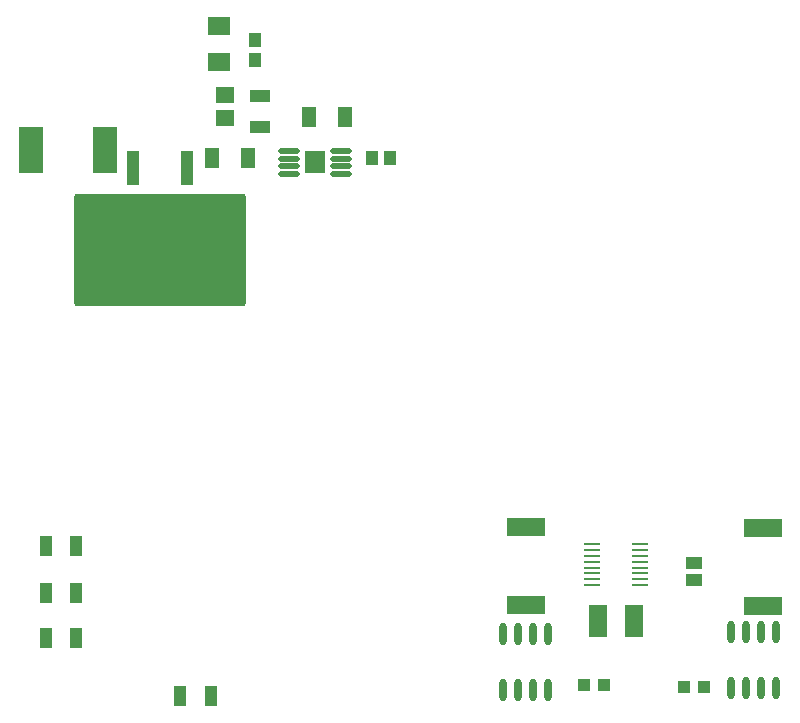
<source format=gtp>
G04 Layer_Color=7318015*
%FSLAX24Y24*%
%MOIN*%
G70*
G01*
G75*
G04:AMPARAMS|DCode=11|XSize=570.9mil|YSize=374mil|CornerRadius=9.4mil|HoleSize=0mil|Usage=FLASHONLY|Rotation=0.000|XOffset=0mil|YOffset=0mil|HoleType=Round|Shape=RoundedRectangle|*
%AMROUNDEDRECTD11*
21,1,0.5709,0.3553,0,0,0.0*
21,1,0.5522,0.3740,0,0,0.0*
1,1,0.0187,0.2761,-0.1777*
1,1,0.0187,-0.2761,-0.1777*
1,1,0.0187,-0.2761,0.1777*
1,1,0.0187,0.2761,0.1777*
%
%ADD11ROUNDEDRECTD11*%
%ADD12R,0.0433X0.0669*%
%ADD13R,0.0681X0.0728*%
%ADD14O,0.0728X0.0177*%
%ADD15R,0.0610X0.0532*%
%ADD16R,0.0827X0.1575*%
%ADD17R,0.0512X0.0689*%
%ADD18R,0.0433X0.0492*%
%ADD19R,0.0394X0.1181*%
%ADD20R,0.2598X0.2835*%
%ADD21R,0.0669X0.0433*%
%ADD22R,0.0394X0.0512*%
%ADD23R,0.0748X0.0591*%
%ADD24O,0.0551X0.0098*%
%ADD25R,0.1260X0.0591*%
%ADD26R,0.1260X0.0591*%
%ADD27O,0.0236X0.0748*%
%ADD28R,0.0591X0.1102*%
%ADD29R,0.0440X0.0400*%
%ADD30R,0.0571X0.0413*%
D11*
X22638Y35315D02*
D03*
D12*
X18819Y25472D02*
D03*
X19843D02*
D03*
X18819Y23898D02*
D03*
X19843D02*
D03*
X18819Y22402D02*
D03*
X19843D02*
D03*
X24331Y20472D02*
D03*
X23307D02*
D03*
D13*
X27800Y38250D02*
D03*
D14*
X28676Y37866D02*
D03*
Y38122D02*
D03*
Y38378D02*
D03*
Y38634D02*
D03*
X26924Y37866D02*
D03*
Y38122D02*
D03*
Y38378D02*
D03*
Y38634D02*
D03*
D15*
X24803Y40502D02*
D03*
Y39734D02*
D03*
D16*
X20787Y38661D02*
D03*
X18346D02*
D03*
D17*
X27600Y39750D02*
D03*
X28800D02*
D03*
X25561Y38386D02*
D03*
X24360D02*
D03*
D18*
X25800Y42335D02*
D03*
Y41665D02*
D03*
D19*
X23535Y38071D02*
D03*
X21740D02*
D03*
D20*
X22638Y35689D02*
D03*
D21*
X25950Y39438D02*
D03*
Y40462D02*
D03*
D22*
X29705Y38400D02*
D03*
X30295D02*
D03*
D23*
X24600Y41609D02*
D03*
Y42791D02*
D03*
D24*
X38642Y24154D02*
D03*
Y24350D02*
D03*
Y24547D02*
D03*
Y24744D02*
D03*
Y24941D02*
D03*
Y25138D02*
D03*
Y25335D02*
D03*
Y25531D02*
D03*
X37028Y24154D02*
D03*
Y24350D02*
D03*
Y24547D02*
D03*
Y24744D02*
D03*
Y24941D02*
D03*
Y25138D02*
D03*
Y25335D02*
D03*
Y25531D02*
D03*
D25*
X42715Y26066D02*
D03*
X34821Y23487D02*
D03*
D26*
X42715Y23467D02*
D03*
X34821Y26085D02*
D03*
D27*
X43160Y22591D02*
D03*
X42660D02*
D03*
X42160D02*
D03*
X41660D02*
D03*
X43160Y20741D02*
D03*
X42660D02*
D03*
X42160D02*
D03*
X41660D02*
D03*
X35571Y22522D02*
D03*
X35071D02*
D03*
X34571D02*
D03*
X34071D02*
D03*
X35571Y20672D02*
D03*
X35071D02*
D03*
X34571D02*
D03*
X34071D02*
D03*
D28*
X37244Y22953D02*
D03*
X38425D02*
D03*
D29*
X40769Y20751D02*
D03*
X40094D02*
D03*
X36749Y20827D02*
D03*
X37424D02*
D03*
D30*
X40433Y24892D02*
D03*
Y24321D02*
D03*
M02*

</source>
